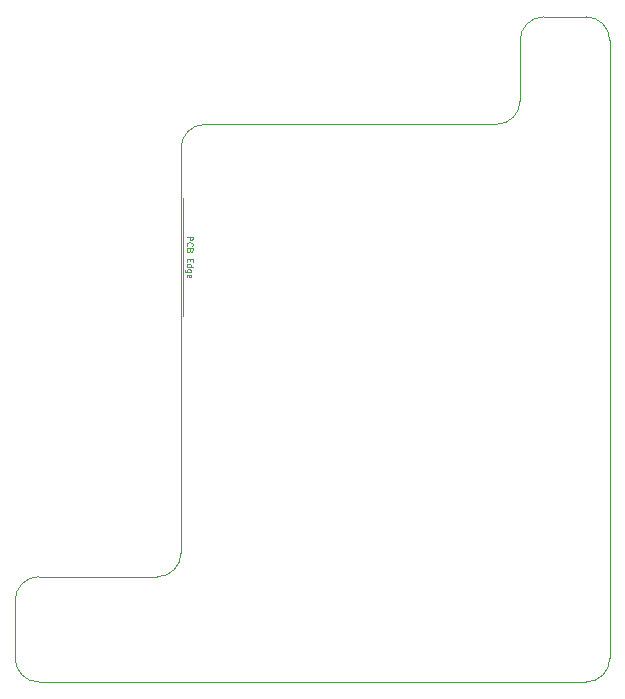
<source format=gbr>
G04 #@! TF.GenerationSoftware,KiCad,Pcbnew,9.0.3*
G04 #@! TF.CreationDate,2026-01-28T23:02:46+01:00*
G04 #@! TF.ProjectId,CM5IO_top,434d3549-4f5f-4746-9f70-2e6b69636164,rev?*
G04 #@! TF.SameCoordinates,Original*
G04 #@! TF.FileFunction,OtherDrawing,Comment*
%FSLAX46Y46*%
G04 Gerber Fmt 4.6, Leading zero omitted, Abs format (unit mm)*
G04 Created by KiCad (PCBNEW 9.0.3) date 2026-01-28 23:02:46*
%MOMM*%
%LPD*%
G01*
G04 APERTURE LIST*
%ADD10C,0.100000*%
G04 #@! TA.AperFunction,Profile*
%ADD11C,0.050000*%
G04 #@! TD*
G04 APERTURE END LIST*
D10*
X170163290Y-108795914D02*
X170663290Y-108795914D01*
X170663290Y-108795914D02*
X170663290Y-108986390D01*
X170663290Y-108986390D02*
X170639480Y-109034009D01*
X170639480Y-109034009D02*
X170615671Y-109057819D01*
X170615671Y-109057819D02*
X170568052Y-109081628D01*
X170568052Y-109081628D02*
X170496623Y-109081628D01*
X170496623Y-109081628D02*
X170449004Y-109057819D01*
X170449004Y-109057819D02*
X170425195Y-109034009D01*
X170425195Y-109034009D02*
X170401385Y-108986390D01*
X170401385Y-108986390D02*
X170401385Y-108795914D01*
X170210909Y-109581628D02*
X170187100Y-109557819D01*
X170187100Y-109557819D02*
X170163290Y-109486390D01*
X170163290Y-109486390D02*
X170163290Y-109438771D01*
X170163290Y-109438771D02*
X170187100Y-109367343D01*
X170187100Y-109367343D02*
X170234719Y-109319724D01*
X170234719Y-109319724D02*
X170282338Y-109295914D01*
X170282338Y-109295914D02*
X170377576Y-109272105D01*
X170377576Y-109272105D02*
X170449004Y-109272105D01*
X170449004Y-109272105D02*
X170544242Y-109295914D01*
X170544242Y-109295914D02*
X170591861Y-109319724D01*
X170591861Y-109319724D02*
X170639480Y-109367343D01*
X170639480Y-109367343D02*
X170663290Y-109438771D01*
X170663290Y-109438771D02*
X170663290Y-109486390D01*
X170663290Y-109486390D02*
X170639480Y-109557819D01*
X170639480Y-109557819D02*
X170615671Y-109581628D01*
X170425195Y-109962581D02*
X170401385Y-110034009D01*
X170401385Y-110034009D02*
X170377576Y-110057819D01*
X170377576Y-110057819D02*
X170329957Y-110081628D01*
X170329957Y-110081628D02*
X170258528Y-110081628D01*
X170258528Y-110081628D02*
X170210909Y-110057819D01*
X170210909Y-110057819D02*
X170187100Y-110034009D01*
X170187100Y-110034009D02*
X170163290Y-109986390D01*
X170163290Y-109986390D02*
X170163290Y-109795914D01*
X170163290Y-109795914D02*
X170663290Y-109795914D01*
X170663290Y-109795914D02*
X170663290Y-109962581D01*
X170663290Y-109962581D02*
X170639480Y-110010200D01*
X170639480Y-110010200D02*
X170615671Y-110034009D01*
X170615671Y-110034009D02*
X170568052Y-110057819D01*
X170568052Y-110057819D02*
X170520433Y-110057819D01*
X170520433Y-110057819D02*
X170472814Y-110034009D01*
X170472814Y-110034009D02*
X170449004Y-110010200D01*
X170449004Y-110010200D02*
X170425195Y-109962581D01*
X170425195Y-109962581D02*
X170425195Y-109795914D01*
X170425195Y-110676866D02*
X170425195Y-110843533D01*
X170163290Y-110914961D02*
X170163290Y-110676866D01*
X170163290Y-110676866D02*
X170663290Y-110676866D01*
X170663290Y-110676866D02*
X170663290Y-110914961D01*
X170163290Y-111343533D02*
X170663290Y-111343533D01*
X170187100Y-111343533D02*
X170163290Y-111295914D01*
X170163290Y-111295914D02*
X170163290Y-111200676D01*
X170163290Y-111200676D02*
X170187100Y-111153057D01*
X170187100Y-111153057D02*
X170210909Y-111129247D01*
X170210909Y-111129247D02*
X170258528Y-111105438D01*
X170258528Y-111105438D02*
X170401385Y-111105438D01*
X170401385Y-111105438D02*
X170449004Y-111129247D01*
X170449004Y-111129247D02*
X170472814Y-111153057D01*
X170472814Y-111153057D02*
X170496623Y-111200676D01*
X170496623Y-111200676D02*
X170496623Y-111295914D01*
X170496623Y-111295914D02*
X170472814Y-111343533D01*
X170496623Y-111795914D02*
X170091861Y-111795914D01*
X170091861Y-111795914D02*
X170044242Y-111772104D01*
X170044242Y-111772104D02*
X170020433Y-111748295D01*
X170020433Y-111748295D02*
X169996623Y-111700676D01*
X169996623Y-111700676D02*
X169996623Y-111629247D01*
X169996623Y-111629247D02*
X170020433Y-111581628D01*
X170187100Y-111795914D02*
X170163290Y-111748295D01*
X170163290Y-111748295D02*
X170163290Y-111653057D01*
X170163290Y-111653057D02*
X170187100Y-111605438D01*
X170187100Y-111605438D02*
X170210909Y-111581628D01*
X170210909Y-111581628D02*
X170258528Y-111557819D01*
X170258528Y-111557819D02*
X170401385Y-111557819D01*
X170401385Y-111557819D02*
X170449004Y-111581628D01*
X170449004Y-111581628D02*
X170472814Y-111605438D01*
X170472814Y-111605438D02*
X170496623Y-111653057D01*
X170496623Y-111653057D02*
X170496623Y-111748295D01*
X170496623Y-111748295D02*
X170472814Y-111795914D01*
X170187100Y-112224485D02*
X170163290Y-112176866D01*
X170163290Y-112176866D02*
X170163290Y-112081628D01*
X170163290Y-112081628D02*
X170187100Y-112034009D01*
X170187100Y-112034009D02*
X170234719Y-112010200D01*
X170234719Y-112010200D02*
X170425195Y-112010200D01*
X170425195Y-112010200D02*
X170472814Y-112034009D01*
X170472814Y-112034009D02*
X170496623Y-112081628D01*
X170496623Y-112081628D02*
X170496623Y-112176866D01*
X170496623Y-112176866D02*
X170472814Y-112224485D01*
X170472814Y-112224485D02*
X170425195Y-112248295D01*
X170425195Y-112248295D02*
X170377576Y-112248295D01*
X170377576Y-112248295D02*
X170329957Y-112010200D01*
X169814400Y-115510200D02*
X169814400Y-105510200D01*
D11*
X205975958Y-144508558D02*
G75*
G02*
X203975958Y-146508658I-2000058J-42D01*
G01*
X198381400Y-92190200D02*
G75*
G02*
X200381400Y-90190200I2000000J0D01*
G01*
X205974864Y-92190158D02*
X205975958Y-144508558D01*
X169679400Y-101290400D02*
G75*
G02*
X171679400Y-99290400I2000000J0D01*
G01*
X155633209Y-144508599D02*
X155633210Y-139588499D01*
X169679400Y-135588500D02*
X169679400Y-101290400D01*
X171679400Y-99290400D02*
X196381400Y-99290400D01*
X157633210Y-137588500D02*
X167679400Y-137588500D01*
X200381400Y-90190200D02*
X203974864Y-90190200D01*
X155633210Y-139588499D02*
G75*
G02*
X157633210Y-137588510I1999990J-1D01*
G01*
X198381400Y-97290400D02*
G75*
G02*
X196381400Y-99290400I-2000000J0D01*
G01*
X169679400Y-135588500D02*
G75*
G02*
X167679400Y-137588500I-2000000J0D01*
G01*
X157633209Y-146508600D02*
G75*
G02*
X155633200Y-144508599I-9J2000000D01*
G01*
X198381400Y-97290400D02*
X198381400Y-92190200D01*
X203975958Y-146508600D02*
X157633209Y-146508600D01*
X203974864Y-90190200D02*
G75*
G02*
X205974900Y-92190158I36J-2000000D01*
G01*
M02*

</source>
